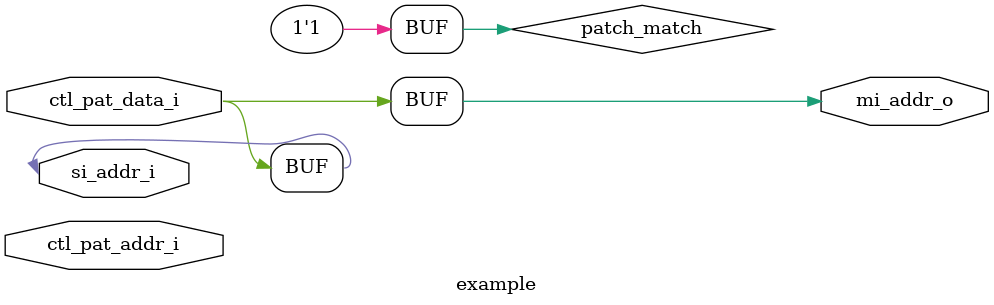
<source format=sv>

module example
    (
        
        input            si_addr_i,
  
        output           mi_addr_o,

        input           ctl_pat_addr_i,
        input           ctl_pat_data_i
    );

    wire    patch_match = 1;

    always_comb begin
            mi_addr_o = si_addr_i;
    end
 
    always_comb begin
		if (patch_match) begin
	        mi_addr_o = ctl_pat_addr_i;
			patch_match = 0;
		end else begin
            mi_addr_o = ctl_pat_data_i;
			patch_match = 1;				
		end	
	end

endmodule
</source>
